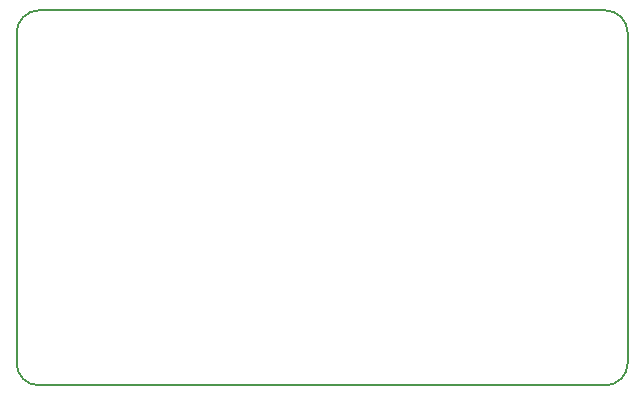
<source format=gm1>
%TF.GenerationSoftware,KiCad,Pcbnew,9.0.6*%
%TF.CreationDate,2025-11-13T00:04:28-05:00*%
%TF.ProjectId,mask-board,6d61736b-2d62-46f6-9172-642e6b696361,rev?*%
%TF.SameCoordinates,Original*%
%TF.FileFunction,Profile,NP*%
%FSLAX46Y46*%
G04 Gerber Fmt 4.6, Leading zero omitted, Abs format (unit mm)*
G04 Created by KiCad (PCBNEW 9.0.6) date 2025-11-13 00:04:28*
%MOMM*%
%LPD*%
G01*
G04 APERTURE LIST*
%TA.AperFunction,Profile*%
%ADD10C,0.200000*%
%TD*%
G04 APERTURE END LIST*
D10*
X170497500Y-76200000D02*
G75*
G02*
X172402500Y-78105000I0J-1905000D01*
G01*
X170497500Y-76200000D02*
X122555000Y-76200000D01*
X172402500Y-106045000D02*
G75*
G02*
X170497500Y-107950000I-1905000J0D01*
G01*
X120650000Y-106045000D02*
X120650000Y-78105000D01*
X122555000Y-107950000D02*
G75*
G02*
X120650000Y-106045000I0J1905000D01*
G01*
X172402500Y-106045000D02*
X172402500Y-78105000D01*
X120650000Y-78105000D02*
G75*
G02*
X122555000Y-76200000I1905000J0D01*
G01*
X170497500Y-107950000D02*
X122555000Y-107950000D01*
M02*

</source>
